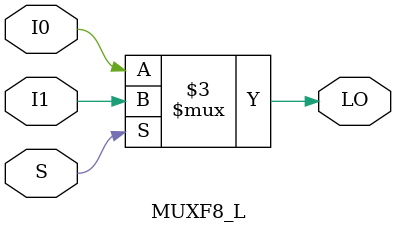
<source format=v>

`timescale  100 ps / 10 ps


module MUXF8_L (LO, I0, I1, S);

    output LO;
    reg    LO;

    input  I0, I1, S;

	always @(I0 or I1 or S) 
	    if (S)
		LO <= I1;
	    else
		LO <= I0;
endmodule


</source>
